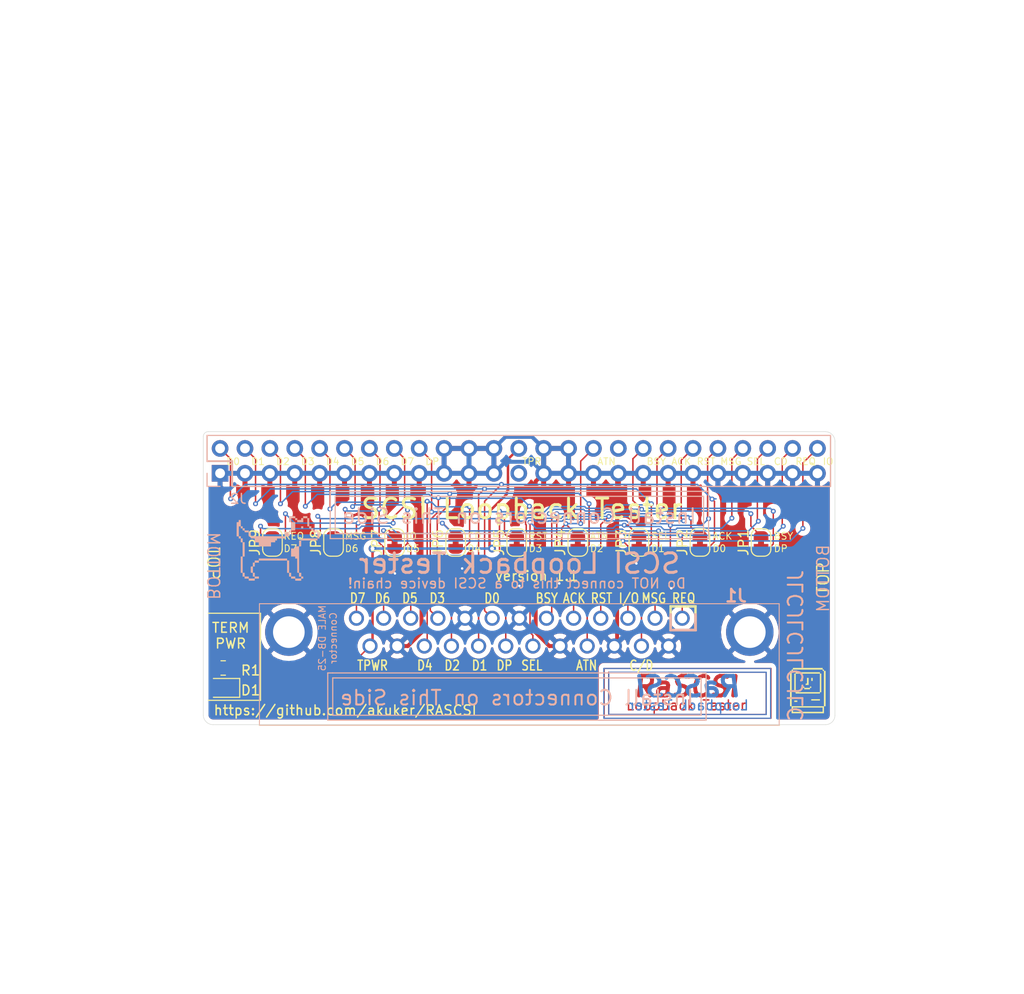
<source format=kicad_pcb>
(kicad_pcb (version 20171130) (host pcbnew "(5.1.9-16-g1737927814)-1")
  (layers (0 Top signal) (31 Bottom signal) (34 B.Paste user hide) (35 F.Paste user hide) (36 B.SilkS user) (37 F.SilkS user) (38 B.Mask user hide) (39 F.Mask user hide) (44 Edge.Cuts user))
  (net 0 "")
  (net 1 GND)
  (net 2 C-BSY)
  (net 3 C-ACK)
  (net 4 C-ATN)
  (net 5 C-D1)
  (net 6 C-D3)
  (net 7 C-D5)
  (net 8 C-D6)
  (net 9 C-D7)
  (net 10 C-C_D)
  (net 11 TERMPOW)
  (net 12 "Net-(D1-Pad2)")
  (net 13 C-I_O)
  (net 14 C-REQ)
  (net 15 C-SEL)
  (net 16 C-MSG)
  (net 17 C-RST)
  (net 18 C-DP)
  (net 19 C-D4)
  (net 20 C-D2)
  (net 21 C-D0)
  (module Connector_PinSocket_2.54mm:PinSocket_2x25_P2.54mm_Vertical (layer Bottom) (at 176.4665 72.8345 270)
    (fp_text reference J2 (at 2.6035 -1.8415) (layer B.SilkS) (effects (justify mirror)))
    (fp_text value Conn_02x25_Odd_Even)
    (pad 50 thru_hole oval (at -2.54 -60.96 270) (size 1.7 1.7) (drill 1) (layers *.Cu *.Mask) (net 13 C-I_O))
    (pad 49 thru_hole oval (at 0 -60.96 270) (size 1.7 1.7) (drill 1) (layers *.Cu *.Mask) (net 1 GND))
    (pad 48 thru_hole oval (at -2.54 -58.42 270) (size 1.7 1.7) (drill 1) (layers *.Cu *.Mask) (net 14 C-REQ))
    (pad 47 thru_hole oval (at 0 -58.42 270) (size 1.7 1.7) (drill 1) (layers *.Cu *.Mask) (net 1 GND))
    (pad 46 thru_hole oval (at -2.54 -55.88 270) (size 1.7 1.7) (drill 1) (layers *.Cu *.Mask) (net 10 C-C_D))
    (pad 45 thru_hole oval (at 0 -55.88 270) (size 1.7 1.7) (drill 1) (layers *.Cu *.Mask) (net 1 GND))
    (pad 44 thru_hole oval (at -2.54 -53.34 270) (size 1.7 1.7) (drill 1) (layers *.Cu *.Mask) (net 15 C-SEL))
    (pad 43 thru_hole oval (at 0 -53.34 270) (size 1.7 1.7) (drill 1) (layers *.Cu *.Mask) (net 1 GND))
    (pad 42 thru_hole oval (at -2.54 -50.8 270) (size 1.7 1.7) (drill 1) (layers *.Cu *.Mask) (net 16 C-MSG))
    (pad 41 thru_hole oval (at 0 -50.8 270) (size 1.7 1.7) (drill 1) (layers *.Cu *.Mask) (net 1 GND))
    (pad 40 thru_hole oval (at -2.54 -48.26 270) (size 1.7 1.7) (drill 1) (layers *.Cu *.Mask) (net 17 C-RST))
    (pad 39 thru_hole oval (at 0 -48.26 270) (size 1.7 1.7) (drill 1) (layers *.Cu *.Mask) (net 1 GND))
    (pad 38 thru_hole oval (at -2.54 -45.72 270) (size 1.7 1.7) (drill 1) (layers *.Cu *.Mask) (net 3 C-ACK))
    (pad 37 thru_hole oval (at 0 -45.72 270) (size 1.7 1.7) (drill 1) (layers *.Cu *.Mask) (net 1 GND))
    (pad 36 thru_hole oval (at -2.54 -43.18 270) (size 1.7 1.7) (drill 1) (layers *.Cu *.Mask) (net 2 C-BSY))
    (pad 35 thru_hole oval (at 0 -43.18 270) (size 1.7 1.7) (drill 1) (layers *.Cu *.Mask) (net 1 GND))
    (pad 34 thru_hole oval (at -2.54 -40.64 270) (size 1.7 1.7) (drill 1) (layers *.Cu *.Mask))
    (pad 33 thru_hole oval (at 0 -40.64 270) (size 1.7 1.7) (drill 1) (layers *.Cu *.Mask) (net 1 GND))
    (pad 32 thru_hole oval (at -2.54 -38.1 270) (size 1.7 1.7) (drill 1) (layers *.Cu *.Mask) (net 4 C-ATN))
    (pad 31 thru_hole oval (at 0 -38.1 270) (size 1.7 1.7) (drill 1) (layers *.Cu *.Mask) (net 1 GND))
    (pad 30 thru_hole oval (at -2.54 -35.56 270) (size 1.7 1.7) (drill 1) (layers *.Cu *.Mask) (net 1 GND))
    (pad 29 thru_hole oval (at 0 -35.56 270) (size 1.7 1.7) (drill 1) (layers *.Cu *.Mask) (net 1 GND))
    (pad 28 thru_hole oval (at -2.54 -33.02 270) (size 1.7 1.7) (drill 1) (layers *.Cu *.Mask) (net 1 GND))
    (pad 27 thru_hole oval (at 0 -33.02 270) (size 1.7 1.7) (drill 1) (layers *.Cu *.Mask) (net 1 GND))
    (pad 26 thru_hole oval (at -2.54 -30.48 270) (size 1.7 1.7) (drill 1) (layers *.Cu *.Mask) (net 11 TERMPOW))
    (pad 25 thru_hole oval (at 0 -30.48 270) (size 1.7 1.7) (drill 1) (layers *.Cu *.Mask))
    (pad 24 thru_hole oval (at -2.54 -27.94 270) (size 1.7 1.7) (drill 1) (layers *.Cu *.Mask) (net 1 GND))
    (pad 23 thru_hole oval (at 0 -27.94 270) (size 1.7 1.7) (drill 1) (layers *.Cu *.Mask) (net 1 GND))
    (pad 22 thru_hole oval (at -2.54 -25.4 270) (size 1.7 1.7) (drill 1) (layers *.Cu *.Mask) (net 1 GND))
    (pad 21 thru_hole oval (at 0 -25.4 270) (size 1.7 1.7) (drill 1) (layers *.Cu *.Mask) (net 1 GND))
    (pad 20 thru_hole oval (at -2.54 -22.86 270) (size 1.7 1.7) (drill 1) (layers *.Cu *.Mask) (net 1 GND))
    (pad 19 thru_hole oval (at 0 -22.86 270) (size 1.7 1.7) (drill 1) (layers *.Cu *.Mask) (net 1 GND))
    (pad 18 thru_hole oval (at -2.54 -20.32 270) (size 1.7 1.7) (drill 1) (layers *.Cu *.Mask) (net 18 C-DP))
    (pad 17 thru_hole oval (at 0 -20.32 270) (size 1.7 1.7) (drill 1) (layers *.Cu *.Mask) (net 1 GND))
    (pad 16 thru_hole oval (at -2.54 -17.78 270) (size 1.7 1.7) (drill 1) (layers *.Cu *.Mask) (net 9 C-D7))
    (pad 15 thru_hole oval (at 0 -17.78 270) (size 1.7 1.7) (drill 1) (layers *.Cu *.Mask) (net 1 GND))
    (pad 14 thru_hole oval (at -2.54 -15.24 270) (size 1.7 1.7) (drill 1) (layers *.Cu *.Mask) (net 8 C-D6))
    (pad 13 thru_hole oval (at 0 -15.24 270) (size 1.7 1.7) (drill 1) (layers *.Cu *.Mask) (net 1 GND))
    (pad 12 thru_hole oval (at -2.54 -12.7 270) (size 1.7 1.7) (drill 1) (layers *.Cu *.Mask) (net 7 C-D5))
    (pad 11 thru_hole oval (at 0 -12.7 270) (size 1.7 1.7) (drill 1) (layers *.Cu *.Mask) (net 1 GND))
    (pad 10 thru_hole oval (at -2.54 -10.16 270) (size 1.7 1.7) (drill 1) (layers *.Cu *.Mask) (net 19 C-D4))
    (pad 9 thru_hole oval (at 0 -10.16 270) (size 1.7 1.7) (drill 1) (layers *.Cu *.Mask) (net 1 GND))
    (pad 8 thru_hole oval (at -2.54 -7.62 270) (size 1.7 1.7) (drill 1) (layers *.Cu *.Mask) (net 6 C-D3))
    (pad 7 thru_hole oval (at 0 -7.62 270) (size 1.7 1.7) (drill 1) (layers *.Cu *.Mask) (net 1 GND))
    (pad 6 thru_hole oval (at -2.54 -5.08 270) (size 1.7 1.7) (drill 1) (layers *.Cu *.Mask) (net 20 C-D2))
    (pad 5 thru_hole oval (at 0 -5.08 270) (size 1.7 1.7) (drill 1) (layers *.Cu *.Mask) (net 1 GND))
    (pad 4 thru_hole oval (at -2.54 -2.54 270) (size 1.7 1.7) (drill 1) (layers *.Cu *.Mask) (net 5 C-D1))
    (pad 3 thru_hole oval (at 0 -2.54 270) (size 1.7 1.7) (drill 1) (layers *.Cu *.Mask) (net 1 GND))
    (pad 2 thru_hole oval (at -2.54 0 270) (size 1.7 1.7) (drill 1) (layers *.Cu *.Mask) (net 21 C-D0))
    (pad 1 thru_hole rect (at 0 0 270) (size 1.7 1.7) (drill 1) (layers *.Cu *.Mask) (net 1 GND))
  )
  (module SamacSys_Parts:L717SDB25PA4CH4F (layer Bottom) (at 223.6216 87.63 180)
    (fp_text reference J1 (at -5.4864 2.286) (layer B.SilkS) (effects (font (size 1.27 1.27) (thickness 0.254)) (justify mirror)))
    (fp_text value "CONFLY DB25" hide)
    (pad MH2 thru_hole circle (at 40.14 -1.42 180) (size 4.845 4.845) (drill 3.23) (layers *.Cu *.Mask) (net 1 GND))
    (pad MH1 thru_hole circle (at -6.9 -1.42 180) (size 4.845 4.845) (drill 3.23) (layers *.Cu *.Mask) (net 1 GND))
    (pad 25 thru_hole circle (at 31.855 -2.84 180) (size 1.545 1.545) (drill 1.03) (layers *.Cu *.Mask) (net 11 TERMPOW))
    (pad 24 thru_hole circle (at 29.085 -2.84 180) (size 1.545 1.545) (drill 1.03) (layers *.Cu *.Mask) (net 1 GND))
    (pad 23 thru_hole circle (at 26.315 -2.84 180) (size 1.545 1.545) (drill 1.03) (layers *.Cu *.Mask) (net 19 C-D4))
    (pad 22 thru_hole circle (at 23.545 -2.84 180) (size 1.545 1.545) (drill 1.03) (layers *.Cu *.Mask) (net 20 C-D2))
    (pad 21 thru_hole circle (at 20.775 -2.84 180) (size 1.545 1.545) (drill 1.03) (layers *.Cu *.Mask) (net 5 C-D1))
    (pad 20 thru_hole circle (at 18.005 -2.84 180) (size 1.545 1.545) (drill 1.03) (layers *.Cu *.Mask) (net 18 C-DP))
    (pad 19 thru_hole circle (at 15.235 -2.84 180) (size 1.545 1.545) (drill 1.03) (layers *.Cu *.Mask) (net 15 C-SEL))
    (pad 18 thru_hole circle (at 12.465 -2.84 180) (size 1.545 1.545) (drill 1.03) (layers *.Cu *.Mask) (net 1 GND))
    (pad 17 thru_hole circle (at 9.695 -2.84 180) (size 1.545 1.545) (drill 1.03) (layers *.Cu *.Mask) (net 4 C-ATN))
    (pad 16 thru_hole circle (at 6.925 -2.84 180) (size 1.545 1.545) (drill 1.03) (layers *.Cu *.Mask) (net 1 GND))
    (pad 15 thru_hole circle (at 4.155 -2.84 180) (size 1.545 1.545) (drill 1.03) (layers *.Cu *.Mask) (net 10 C-C_D))
    (pad 14 thru_hole circle (at 1.385 -2.84 180) (size 1.545 1.545) (drill 1.03) (layers *.Cu *.Mask) (net 1 GND))
    (pad 13 thru_hole circle (at 33.24 0 180) (size 1.545 1.545) (drill 1.03) (layers *.Cu *.Mask) (net 9 C-D7))
    (pad 12 thru_hole circle (at 30.47 0 180) (size 1.545 1.545) (drill 1.03) (layers *.Cu *.Mask) (net 8 C-D6))
    (pad 11 thru_hole circle (at 27.7 0 180) (size 1.545 1.545) (drill 1.03) (layers *.Cu *.Mask) (net 7 C-D5))
    (pad 10 thru_hole circle (at 24.93 0 180) (size 1.545 1.545) (drill 1.03) (layers *.Cu *.Mask) (net 6 C-D3))
    (pad 9 thru_hole circle (at 22.16 0 180) (size 1.545 1.545) (drill 1.03) (layers *.Cu *.Mask) (net 1 GND))
    (pad 8 thru_hole circle (at 19.39 0 180) (size 1.545 1.545) (drill 1.03) (layers *.Cu *.Mask) (net 21 C-D0))
    (pad 7 thru_hole circle (at 16.62 0 180) (size 1.545 1.545) (drill 1.03) (layers *.Cu *.Mask) (net 1 GND))
    (pad 6 thru_hole circle (at 13.85 0 180) (size 1.545 1.545) (drill 1.03) (layers *.Cu *.Mask) (net 2 C-BSY))
    (pad 5 thru_hole circle (at 11.08 0 180) (size 1.545 1.545) (drill 1.03) (layers *.Cu *.Mask) (net 3 C-ACK))
    (pad 4 thru_hole circle (at 8.31 0 180) (size 1.545 1.545) (drill 1.03) (layers *.Cu *.Mask) (net 17 C-RST))
    (pad 3 thru_hole circle (at 5.54 0 180) (size 1.545 1.545) (drill 1.03) (layers *.Cu *.Mask) (net 13 C-I_O))
    (pad 2 thru_hole circle (at 2.77 0 180) (size 1.545 1.545) (drill 1.03) (layers *.Cu *.Mask) (net 16 C-MSG))
    (pad 1 thru_hole circle (at 0 0 180) (size 1.545 1.545) (drill 1.03) (layers *.Cu *.Mask) (net 14 C-REQ))
  )
  (module Jumper:SolderJumper-2_P1.3mm_Bridged_RoundedPad1.0x1.5mm (layer Top) (at 181.8091 79.898 90)
    (fp_text reference JP9 (at 0 -1.8 90) (layer F.SilkS))
    (fp_text value Jumper)
    (fp_poly (pts (xy 0.25 -0.3) (xy -0.25 -0.3) (xy -0.25 0.3) (xy 0.25 0.3)) (layer Top) (width 0))
    (pad 1 smd custom (at -0.65 0 90) (size 1 0.5) (layers Top F.Mask) (net 9 C-D7) (options (clearance outline) (anchor rect)) (primitives (gr_circle (center 0 0.25) (end 0.5 0.25) (width 0)) (gr_circle (center 0 -0.25) (end 0.5 -0.25) (width 0)) (gr_poly (pts (xy 0 -0.75) (xy 0.5 -0.75) (xy 0.5 0.75) (xy 0 0.75)) (width 0))))
    (pad 2 smd custom (at 0.65 0 90) (size 1 0.5) (layers Top F.Mask) (net 14 C-REQ) (options (clearance outline) (anchor rect)) (primitives (gr_circle (center 0 0.25) (end 0.5 0.25) (width 0)) (gr_circle (center 0 -0.25) (end 0.5 -0.25) (width 0)) (gr_poly (pts (xy 0 -0.75) (xy -0.5 -0.75) (xy -0.5 0.75) (xy 0 0.75)) (width 0))))
  )
  (module Jumper:SolderJumper-2_P1.3mm_Bridged_RoundedPad1.0x1.5mm (layer Top) (at 188.041599 79.898 90)
    (fp_text reference JP8 (at 0 -1.8 90) (layer F.SilkS))
    (fp_text value Jumper)
    (fp_poly (pts (xy 0.25 -0.3) (xy -0.25 -0.3) (xy -0.25 0.3) (xy 0.25 0.3)) (layer Top) (width 0))
    (pad 1 smd custom (at -0.65 0 90) (size 1 0.5) (layers Top F.Mask) (net 8 C-D6) (options (clearance outline) (anchor rect)) (primitives (gr_circle (center 0 0.25) (end 0.5 0.25) (width 0)) (gr_circle (center 0 -0.25) (end 0.5 -0.25) (width 0)) (gr_poly (pts (xy 0 -0.75) (xy 0.5 -0.75) (xy 0.5 0.75) (xy 0 0.75)) (width 0))))
    (pad 2 smd custom (at 0.65 0 90) (size 1 0.5) (layers Top F.Mask) (net 16 C-MSG) (options (clearance outline) (anchor rect)) (primitives (gr_circle (center 0 0.25) (end 0.5 0.25) (width 0)) (gr_circle (center 0 -0.25) (end 0.5 -0.25) (width 0)) (gr_poly (pts (xy 0 -0.75) (xy -0.5 -0.75) (xy -0.5 0.75) (xy 0 0.75)) (width 0))))
  )
  (module Jumper:SolderJumper-2_P1.3mm_Bridged_RoundedPad1.0x1.5mm (layer Top) (at 194.274098 79.898 90)
    (fp_text reference JP7 (at 0 -1.8 90) (layer F.SilkS))
    (fp_text value Jumper)
    (fp_poly (pts (xy 0.25 -0.3) (xy -0.25 -0.3) (xy -0.25 0.3) (xy 0.25 0.3)) (layer Top) (width 0))
    (pad 1 smd custom (at -0.65 0 90) (size 1 0.5) (layers Top F.Mask) (net 7 C-D5) (options (clearance outline) (anchor rect)) (primitives (gr_circle (center 0 0.25) (end 0.5 0.25) (width 0)) (gr_circle (center 0 -0.25) (end 0.5 -0.25) (width 0)) (gr_poly (pts (xy 0 -0.75) (xy 0.5 -0.75) (xy 0.5 0.75) (xy 0 0.75)) (width 0))))
    (pad 2 smd custom (at 0.65 0 90) (size 1 0.5) (layers Top F.Mask) (net 13 C-I_O) (options (clearance outline) (anchor rect)) (primitives (gr_circle (center 0 0.25) (end 0.5 0.25) (width 0)) (gr_circle (center 0 -0.25) (end 0.5 -0.25) (width 0)) (gr_poly (pts (xy 0 -0.75) (xy -0.5 -0.75) (xy -0.5 0.75) (xy 0 0.75)) (width 0))))
  )
  (module Jumper:SolderJumper-2_P1.3mm_Bridged_RoundedPad1.0x1.5mm (layer Top) (at 200.506597 79.898 90)
    (fp_text reference JP6 (at 0 -1.8 90) (layer F.SilkS))
    (fp_text value Jumper)
    (fp_poly (pts (xy 0.25 -0.3) (xy -0.25 -0.3) (xy -0.25 0.3) (xy 0.25 0.3)) (layer Top) (width 0))
    (pad 1 smd custom (at -0.65 0 90) (size 1 0.5) (layers Top F.Mask) (net 19 C-D4) (options (clearance outline) (anchor rect)) (primitives (gr_circle (center 0 0.25) (end 0.5 0.25) (width 0)) (gr_circle (center 0 -0.25) (end 0.5 -0.25) (width 0)) (gr_poly (pts (xy 0 -0.75) (xy 0.5 -0.75) (xy 0.5 0.75) (xy 0 0.75)) (width 0))))
    (pad 2 smd custom (at 0.65 0 90) (size 1 0.5) (layers Top F.Mask) (net 10 C-C_D) (options (clearance outline) (anchor rect)) (primitives (gr_circle (center 0 0.25) (end 0.5 0.25) (width 0)) (gr_circle (center 0 -0.25) (end 0.5 -0.25) (width 0)) (gr_poly (pts (xy 0 -0.75) (xy -0.5 -0.75) (xy -0.5 0.75) (xy 0 0.75)) (width 0))))
  )
  (module Jumper:SolderJumper-2_P1.3mm_Bridged_RoundedPad1.0x1.5mm (layer Top) (at 206.739096 79.898 90)
    (fp_text reference JP5 (at 0 -1.8 90) (layer F.SilkS))
    (fp_text value Jumper)
    (fp_poly (pts (xy 0.25 -0.3) (xy -0.25 -0.3) (xy -0.25 0.3) (xy 0.25 0.3)) (layer Top) (width 0))
    (pad 1 smd custom (at -0.65 0 90) (size 1 0.5) (layers Top F.Mask) (net 6 C-D3) (options (clearance outline) (anchor rect)) (primitives (gr_circle (center 0 0.25) (end 0.5 0.25) (width 0)) (gr_circle (center 0 -0.25) (end 0.5 -0.25) (width 0)) (gr_poly (pts (xy 0 -0.75) (xy 0.5 -0.75) (xy 0.5 0.75) (xy 0 0.75)) (width 0))))
    (pad 2 smd custom (at 0.65 0 90) (size 1 0.5) (layers Top F.Mask) (net 17 C-RST) (options (clearance outline) (anchor rect)) (primitives (gr_circle (center 0 0.25) (end 0.5 0.25) (width 0)) (gr_circle (center 0 -0.25) (end 0.5 -0.25) (width 0)) (gr_poly (pts (xy 0 -0.75) (xy -0.5 -0.75) (xy -0.5 0.75) (xy 0 0.75)) (width 0))))
  )
  (module Jumper:SolderJumper-2_P1.3mm_Bridged_RoundedPad1.0x1.5mm (layer Top) (at 212.971595 79.898 90)
    (fp_text reference JP4 (at 0 -1.8 90) (layer F.SilkS))
    (fp_text value Jumper)
    (fp_poly (pts (xy 0.25 -0.3) (xy -0.25 -0.3) (xy -0.25 0.3) (xy 0.25 0.3)) (layer Top) (width 0))
    (pad 1 smd custom (at -0.65 0 90) (size 1 0.5) (layers Top F.Mask) (net 20 C-D2) (options (clearance outline) (anchor rect)) (primitives (gr_circle (center 0 0.25) (end 0.5 0.25) (width 0)) (gr_circle (center 0 -0.25) (end 0.5 -0.25) (width 0)) (gr_poly (pts (xy 0 -0.75) (xy 0.5 -0.75) (xy 0.5 0.75) (xy 0 0.75)) (width 0))))
    (pad 2 smd custom (at 0.65 0 90) (size 1 0.5) (layers Top F.Mask) (net 4 C-ATN) (options (clearance outline) (anchor rect)) (primitives (gr_circle (center 0 0.25) (end 0.5 0.25) (width 0)) (gr_circle (center 0 -0.25) (end 0.5 -0.25) (width 0)) (gr_poly (pts (xy 0 -0.75) (xy -0.5 -0.75) (xy -0.5 0.75) (xy 0 0.75)) (width 0))))
  )
  (module Jumper:SolderJumper-2_P1.3mm_Bridged_RoundedPad1.0x1.5mm (layer Top) (at 219.204094 79.898 90)
    (fp_text reference JP3 (at 0 -1.8 90) (layer F.SilkS))
    (fp_text value Jumper)
    (fp_poly (pts (xy 0.25 -0.3) (xy -0.25 -0.3) (xy -0.25 0.3) (xy 0.25 0.3)) (layer Top) (width 0))
    (pad 1 smd custom (at -0.65 0 90) (size 1 0.5) (layers Top F.Mask) (net 5 C-D1) (options (clearance outline) (anchor rect)) (primitives (gr_circle (center 0 0.25) (end 0.5 0.25) (width 0)) (gr_circle (center 0 -0.25) (end 0.5 -0.25) (width 0)) (gr_poly (pts (xy 0 -0.75) (xy 0.5 -0.75) (xy 0.5 0.75) (xy 0 0.75)) (width 0))))
    (pad 2 smd custom (at 0.65 0 90) (size 1 0.5) (layers Top F.Mask) (net 15 C-SEL) (options (clearance outline) (anchor rect)) (primitives (gr_circle (center 0 0.25) (end 0.5 0.25) (width 0)) (gr_circle (center 0 -0.25) (end 0.5 -0.25) (width 0)) (gr_poly (pts (xy 0 -0.75) (xy -0.5 -0.75) (xy -0.5 0.75) (xy 0 0.75)) (width 0))))
  )
  (module Jumper:SolderJumper-2_P1.3mm_Bridged_RoundedPad1.0x1.5mm (layer Top) (at 225.436593 79.898 90)
    (fp_text reference JP2 (at 0 -1.8 90) (layer F.SilkS))
    (fp_text value Jumper)
    (fp_poly (pts (xy 0.25 -0.3) (xy -0.25 -0.3) (xy -0.25 0.3) (xy 0.25 0.3)) (layer Top) (width 0))
    (pad 1 smd custom (at -0.65 0 90) (size 1 0.5) (layers Top F.Mask) (net 21 C-D0) (options (clearance outline) (anchor rect)) (primitives (gr_circle (center 0 0.25) (end 0.5 0.25) (width 0)) (gr_circle (center 0 -0.25) (end 0.5 -0.25) (width 0)) (gr_poly (pts (xy 0 -0.75) (xy 0.5 -0.75) (xy 0.5 0.75) (xy 0 0.75)) (width 0))))
    (pad 2 smd custom (at 0.65 0 90) (size 1 0.5) (layers Top F.Mask) (net 3 C-ACK) (options (clearance outline) (anchor rect)) (primitives (gr_circle (center 0 0.25) (end 0.5 0.25) (width 0)) (gr_circle (center 0 -0.25) (end 0.5 -0.25) (width 0)) (gr_poly (pts (xy 0 -0.75) (xy -0.5 -0.75) (xy -0.5 0.75) (xy 0 0.75)) (width 0))))
  )
  (module Jumper:SolderJumper-2_P1.3mm_Bridged_RoundedPad1.0x1.5mm (layer Top) (at 231.669099 79.898 90)
    (fp_text reference JP1 (at 0 -1.8 90) (layer F.SilkS))
    (fp_text value Jumper)
    (fp_poly (pts (xy 0.25 -0.3) (xy -0.25 -0.3) (xy -0.25 0.3) (xy 0.25 0.3)) (layer Top) (width 0))
    (pad 1 smd custom (at -0.65 0 90) (size 1 0.5) (layers Top F.Mask) (net 18 C-DP) (options (clearance outline) (anchor rect)) (primitives (gr_circle (center 0 0.25) (end 0.5 0.25) (width 0)) (gr_circle (center 0 -0.25) (end 0.5 -0.25) (width 0)) (gr_poly (pts (xy 0 -0.75) (xy 0.5 -0.75) (xy 0.5 0.75) (xy 0 0.75)) (width 0))))
    (pad 2 smd custom (at 0.65 0 90) (size 1 0.5) (layers Top F.Mask) (net 2 C-BSY) (options (clearance outline) (anchor rect)) (primitives (gr_circle (center 0 0.25) (end 0.5 0.25) (width 0)) (gr_circle (center 0 -0.25) (end 0.5 -0.25) (width 0)) (gr_poly (pts (xy 0 -0.75) (xy -0.5 -0.75) (xy -0.5 0.75) (xy 0 0.75)) (width 0))))
  )
  (module SamacSys_Parts:mac_happy_small (layer Top) (at 236.474 94.996)
    (fp_text reference X1 hide)
    (fp_text value Mac hide)
  )
  (module Resistor_SMD:R_0805_2012Metric (layer Top) (at 176.784 92.71 180)
    (fp_text reference R1 (at -2.794 -0.254) (layer F.SilkS))
    (fp_text value 1k)
    (pad 2 smd roundrect (at 0.9125 0 180) (size 1.025 1.4) (layers Top F.Paste F.Mask) (roundrect_rratio 0.2439014634146341) (net 12 "Net-(D1-Pad2)"))
    (pad 1 smd roundrect (at -0.9125 0 180) (size 1.025 1.4) (layers Top F.Paste F.Mask) (roundrect_rratio 0.2439014634146341) (net 11 TERMPOW))
  )
  (module LED_SMD:LED_0805_2012Metric (layer Top) (at 176.784 94.742 180)
    (fp_text reference D1 (at -2.794 -0.254) (layer F.SilkS))
    (fp_text value Green)
    (pad 2 smd roundrect (at 0.9375 0 180) (size 0.975 1.4) (layers Top F.Paste F.Mask) (net 12 "Net-(D1-Pad2)"))
    (pad 1 smd roundrect (at -0.9375 0 180) (size 0.975 1.4) (layers Top F.Paste F.Mask) (net 1 GND))
  )
  (module SamacSys_Parts:dogcow (layer Bottom) (at 182.372 80.518 180)
    (fp_text reference X2 hide)
    (fp_text value Dogcow hide)
  )
  (gr_text "Do NOT connect this to a SCSI device chain!" (at 206.756 84.074) (layer B.SilkS) (effects (font (size 1 1)) (justify mirror)))
  (gr_text "MALE DB-25\nConnector" (at 187.452 89.662 90) (layer B.SilkS) (effects (font (size 0.7 0.7) (thickness 0.1)) (justify mirror)))
  (gr_line (start 187.706 79.502) (end 187.706 74.676) (layer B.SilkS) (width 0.12))
  (gr_line (start 187.706 74.676) (end 188.214 74.676) (layer B.SilkS) (width 0.12))
  (gr_line (start 225.806 75.184) (end 225.806 78.994) (layer B.SilkS) (width 0.12))
  (gr_line (start 188.214 78.994) (end 188.214 75.184) (layer B.SilkS) (width 0.12))
  (gr_line (start 188.214 75.184) (end 225.806 75.184) (layer B.SilkS) (width 0.12))
  (gr_line (start 188.214 74.676) (end 226.314 74.676) (layer B.SilkS) (width 0.12))
  (gr_line (start 225.806 78.994) (end 188.214 78.994) (layer B.SilkS) (width 0.12))
  (gr_line (start 226.314 79.502) (end 187.706 79.502) (layer B.SilkS) (width 0.12))
  (gr_text "Install Connectors on This Side" (at 207.01 77.216) (layer B.SilkS) (effects (font (size 1.5 1.5) (thickness 0.2)) (justify mirror)))
  (gr_line (start 226.314 74.676) (end 226.314 79.502) (layer B.SilkS) (width 0.12))
  (gr_line (start 222.377 87.1855) (end 222.377 88.9) (layer B.SilkS) (width 0.12))
  (gr_line (start 222.504 88.773) (end 224.917 88.773) (layer B.SilkS) (width 0.12))
  (gr_line (start 222.504 87.1855) (end 222.504 88.773) (layer B.SilkS) (width 0.12))
  (gr_line (start 224.917 88.773) (end 224.917 87.1855) (layer B.SilkS) (width 0.12))
  (gr_line (start 222.377 88.9) (end 225.044 88.9) (layer B.SilkS) (width 0.12))
  (gr_line (start 222.504 88.773) (end 224.917 88.773) (layer B.SilkS) (width 0.12))
  (gr_line (start 225.044 88.9) (end 225.044 87.1855) (layer B.SilkS) (width 0.12))
  (gr_line (start 222.377 88.9) (end 225.044 88.9) (layer B.SilkS) (width 0.12))
  (gr_line (start 187.452 93.218) (end 187.96 93.218) (layer B.SilkS) (width 0.12))
  (gr_line (start 187.452 98.044) (end 187.452 93.218) (layer B.SilkS) (width 0.12))
  (gr_line (start 226.06 98.044) (end 187.452 98.044) (layer B.SilkS) (width 0.12))
  (gr_line (start 226.06 93.218) (end 226.06 98.044) (layer B.SilkS) (width 0.12))
  (gr_line (start 187.96 93.218) (end 226.06 93.218) (layer B.SilkS) (width 0.12))
  (gr_line (start 187.96 97.536) (end 187.96 93.726) (layer B.SilkS) (width 0.12))
  (gr_line (start 225.552 97.536) (end 187.96 97.536) (layer B.SilkS) (width 0.12))
  (gr_line (start 225.552 93.726) (end 225.552 97.536) (layer B.SilkS) (width 0.12))
  (gr_line (start 187.96 93.726) (end 225.552 93.726) (layer B.SilkS) (width 0.12))
  (gr_text "Install Connectors on This Side" (at 206.756 95.758) (layer B.SilkS) (effects (font (size 1.5 1.5) (thickness 0.2)) (justify mirror)))
  (gr_text TOP (at 175.768 82.042 270) (layer F.SilkS) (effects (font (size 1.2 1.2))))
  (gr_text BOTTOM (at 175.768 82.296 270) (layer B.SilkS) (effects (font (size 1.2 1.2)) (justify mirror)))
  (gr_text D0 (at 177.8 71.628) (layer F.SilkS) (effects (font (size 0.7 0.7) (thickness 0.1))))
  (gr_text D7 (at 195.58 71.628) (layer F.SilkS) (effects (font (size 0.7 0.7) (thickness 0.1))))
  (gr_text RST (at 226.06 71.628) (layer F.SilkS) (effects (font (size 0.7 0.7) (thickness 0.1))))
  (gr_text D5 (at 190.5 71.628) (layer F.SilkS) (effects (font (size 0.7 0.7) (thickness 0.1))))
  (gr_text D6 (at 193.04 71.628) (layer F.SilkS) (effects (font (size 0.7 0.7) (thickness 0.1))))
  (gr_text D3 (at 185.42 71.628) (layer F.SilkS) (effects (font (size 0.7 0.7) (thickness 0.1))))
  (gr_text BSY (at 220.98 71.628) (layer F.SilkS) (effects (font (size 0.7 0.7) (thickness 0.1))))
  (gr_text MSG (at 228.6 71.628) (layer F.SilkS) (effects (font (size 0.7 0.7) (thickness 0.1))))
  (gr_text REQ (at 236.22 71.628) (layer F.SilkS) (effects (font (size 0.7 0.7) (thickness 0.1))))
  (gr_text IO (at 238.506 71.628) (layer F.SilkS) (effects (font (size 0.7 0.7) (thickness 0.1))))
  (gr_text ACK (at 223.52 71.628) (layer F.SilkS) (effects (font (size 0.7 0.7) (thickness 0.1))))
  (gr_text TPR (at 208.28 71.628) (layer F.SilkS) (effects (font (size 0.7 0.7) (thickness 0.1))))
  (gr_text SEL (at 231.14 71.628) (layer F.SilkS) (effects (font (size 0.7 0.7) (thickness 0.1))))
  (gr_text CD (at 233.68 71.628) (layer F.SilkS) (effects (font (size 0.7 0.7) (thickness 0.1))))
  (gr_text D2 (at 182.88 71.628) (layer F.SilkS) (effects (font (size 0.7 0.7) (thickness 0.1))))
  (gr_text D4 (at 187.96 71.628) (layer F.SilkS) (effects (font (size 0.7 0.7) (thickness 0.1))))
  (gr_text DP (at 198.12 71.628) (layer F.SilkS) (effects (font (size 0.7 0.7) (thickness 0.1))))
  (gr_text D1 (at 180.34 71.628) (layer F.SilkS) (effects (font (size 0.7 0.7) (thickness 0.1))))
  (gr_text ATN (at 215.9 71.628) (layer F.SilkS) (effects (font (size 0.7 0.7) (thickness 0.1))))
  (gr_line (start 180.594 96.012) (end 175.26 96.012) (layer F.SilkS) (width 0.12))
  (gr_line (start 180.594 87.122) (end 180.594 96.012) (layer F.SilkS) (width 0.12))
  (gr_line (start 175.26 87.122) (end 180.594 87.122) (layer F.SilkS) (width 0.12))
  (gr_text "TERM\nPWR" (at 177.546 89.408) (layer F.SilkS) (effects (font (size 1 1))))
  (gr_text "version 1.1" (at 208.788 83.312) (layer F.SilkS) (effects (font (size 1 1))))
  (gr_text "SCSI Loopback Tester" (at 207.264 76.454) (layer F.SilkS) (effects (font (size 2 2) (thickness 0.3))))
  (gr_text "SCSI Loopback Tester" (at 207.01 82.042) (layer B.SilkS) (effects (font (size 2 2) (thickness 0.3)) (justify mirror)))
  (gr_text BSY (at 233.963333 79.248) (layer F.SilkS) (effects (font (size 0.7 0.7) (thickness 0.1))))
  (gr_text DP (at 233.68 80.518) (layer F.SilkS) (effects (font (size 0.7 0.7) (thickness 0.1))))
  (gr_text ACK (at 227.727329 79.248) (layer F.SilkS) (effects (font (size 0.7 0.7) (thickness 0.1))))
  (gr_text D0 (at 227.410662 80.518) (layer F.SilkS) (effects (font (size 0.7 0.7) (thickness 0.1))))
  (gr_text D1 (at 221.157996 80.518) (layer F.SilkS) (effects (font (size 0.7 0.7) (thickness 0.1))))
  (gr_text SEL (at 221.407996 79.248) (layer F.SilkS) (effects (font (size 0.7 0.7) (thickness 0.1))))
  (gr_text ATN (at 215.15533 79.248) (layer F.SilkS) (effects (font (size 0.7 0.7) (thickness 0.1))))
  (gr_text D2 (at 214.90533 80.518) (layer F.SilkS) (effects (font (size 0.7 0.7) (thickness 0.1))))
  (gr_text RST (at 208.919331 79.248) (layer F.SilkS) (effects (font (size 0.7 0.7) (thickness 0.1))))
  (gr_text D3 (at 208.652664 80.518) (layer F.SilkS) (effects (font (size 0.7 0.7) (thickness 0.1))))
  (gr_text CD (at 202.416665 79.248) (layer F.SilkS) (effects (font (size 0.7 0.7) (thickness 0.1))))
  (gr_text D4 (at 202.399998 80.518) (layer F.SilkS) (effects (font (size 0.7 0.7) (thickness 0.1))))
  (gr_text IO (at 195.997332 79.248) (layer F.SilkS) (effects (font (size 0.7 0.7) (thickness 0.1))))
  (gr_text D5 (at 196.147332 80.518) (layer F.SilkS) (effects (font (size 0.7 0.7) (thickness 0.1))))
  (gr_text D6 (at 189.894666 80.518) (layer F.SilkS) (effects (font (size 0.7 0.7) (thickness 0.1))))
  (gr_text D7 (at 183.642 80.518) (layer F.SilkS) (effects (font (size 0.7 0.7) (thickness 0.1))))
  (gr_text MSG (at 190.294666 79.248) (layer F.SilkS) (effects (font (size 0.7 0.7) (thickness 0.1))))
  (gr_text REQ (at 183.992 79.248) (layer F.SilkS) (effects (font (size 0.7 0.7) (thickness 0.1))))
  (gr_arc (start 238.252 97.536) (end 239.212 97.536) (angle 90) (layer Edge.Cuts) (width 0.05))
  (gr_text RaSCSI (at 224.028 94.615) (layer Top) (effects (font (size 2 2) (thickness 0.4) italic)))
  (gr_text "Loopback Tester" (at 224.028 96.52) (layer Top) (effects (font (size 1 1))))
  (gr_line (start 232.1795 97.46) (end 232.1795 93.2055) (layer Top) (width 0.12))
  (gr_line (start 216.114 97.46) (end 232.1795 97.46) (layer Top) (width 0.12))
  (gr_line (start 232.116 93.142) (end 216.114 93.142) (layer Top) (width 0.12))
  (gr_line (start 232.6875 92.761) (end 232.6875 97.841) (layer Top) (width 0.12))
  (gr_line (start 216.114 93.142) (end 216.114 97.46) (layer Top) (width 0.12))
  (gr_line (start 215.6695 97.841) (end 232.6875 97.841) (layer Top) (width 0.12))
  (gr_line (start 215.6695 97.841) (end 215.6695 92.761) (layer Top) (width 0.12))
  (gr_line (start 215.733 92.761) (end 232.6875 92.761) (layer Top) (width 0.12))
  (gr_text ATN (at 213.868 92.456) (layer F.SilkS) (effects (font (size 1 0.8))))
  (gr_text D1 (at 202.946 92.456) (layer F.SilkS) (effects (font (size 1 0.8))))
  (gr_text I/O (at 218.186 85.598) (layer F.SilkS) (effects (font (size 1 0.8))))
  (gr_text SEL (at 208.28 92.456) (layer F.SilkS) (effects (font (size 1 0.8))))
  (gr_text D7 (at 190.5 85.598) (layer F.SilkS) (effects (font (size 1 0.8))))
  (gr_text D2 (at 200.152 92.456) (layer F.SilkS) (effects (font (size 1 0.8))))
  (gr_text D5 (at 195.834 85.598) (layer F.SilkS) (effects (font (size 1 0.8))))
  (gr_text BSY (at 209.804 85.598) (layer F.SilkS) (effects (font (size 1 0.8))))
  (gr_text D4 (at 197.358 92.456) (layer F.SilkS) (effects (font (size 1 0.8))))
  (gr_text ACK (at 212.598 85.598) (layer F.SilkS) (effects (font (size 1 0.8))))
  (gr_text C/D (at 219.456 92.456) (layer F.SilkS) (effects (font (size 1 0.8))))
  (gr_text TPWR (at 192.024 92.456) (layer F.SilkS) (effects (font (size 1 0.8))))
  (gr_text D3 (at 198.628 85.598) (layer F.SilkS) (effects (font (size 1 0.8))))
  (gr_text MSG (at 220.726 85.598) (layer F.SilkS) (effects (font (size 1 0.8))))
  (gr_text DP (at 205.486 92.456) (layer F.SilkS) (effects (font (size 1 0.8))))
  (gr_text RST (at 215.392 85.598) (layer F.SilkS) (effects (font (size 1 0.8))))
  (gr_text REQ (at 223.774 85.598) (layer F.SilkS) (effects (font (size 1 0.8))))
  (gr_text D0 (at 204.216 85.598) (layer F.SilkS) (effects (font (size 1 0.8))))
  (gr_text D6 (at 193.04 85.598) (layer F.SilkS) (effects (font (size 1 0.8))))
  (gr_text JLCJLCJLCJLC (at 235.204 90.424 90) (layer B.SilkS) (effects (font (size 1.5 1.5) (thickness 0.2)) (justify mirror)))
  (gr_line (start 222.504 86.487) (end 224.917 86.487) (layer F.SilkS) (width 0.12))
  (gr_line (start 224.917 88.773) (end 224.917 87.1855) (layer B.SilkS) (width 0.12))
  (gr_line (start 222.504 88.773) (end 224.917 88.773) (layer B.SilkS) (width 0.12))
  (gr_line (start 225.044 88.9) (end 225.044 87.1855) (layer B.SilkS) (width 0.12))
  (gr_line (start 222.377 88.9) (end 225.044 88.9) (layer B.SilkS) (width 0.12))
  (gr_text https://github.com/akuker/RASCSI (at 189.23 97.028) (layer F.SilkS) (effects (font (size 1 1))))
  (gr_text "Loopback Tester" (at 224.282 96.52) (layer Bottom) (effects (font (size 1 1)) (justify mirror)))
  (gr_text RaSCSI (at 224.282 94.615) (layer Bottom) (effects (font (size 2 2) (thickness 0.4) italic) (justify mirror)))
  (gr_line (start 216.194 93.142) (end 232.196 93.142) (layer Bottom) (width 0.12))
  (gr_line (start 216.1305 97.46) (end 216.1305 93.2055) (layer Bottom) (width 0.12))
  (gr_line (start 232.196 93.142) (end 232.196 97.46) (layer Bottom) (width 0.12))
  (gr_line (start 232.196 97.46) (end 216.1305 97.46) (layer Bottom) (width 0.12))
  (gr_line (start 215.6225 92.761) (end 215.6225 97.841) (layer Bottom) (width 0.12))
  (gr_line (start 232.6405 97.841) (end 215.6225 97.841) (layer Bottom) (width 0.12))
  (gr_line (start 232.577 92.761) (end 215.6225 92.761) (layer Bottom) (width 0.12))
  (gr_line (start 232.6405 97.841) (end 232.6405 92.761) (layer Bottom) (width 0.12))
  (gr_line (start 222.504 88.773) (end 224.917 88.773) (layer B.SilkS) (width 0.12))
  (gr_line (start 222.504 87.1855) (end 222.504 88.773) (layer B.SilkS) (width 0.12))
  (gr_line (start 222.377 88.9) (end 225.044 88.9) (layer B.SilkS) (width 0.12))
  (gr_line (start 222.377 87.1855) (end 222.377 88.9) (layer B.SilkS) (width 0.12))
  (gr_line (start 222.504 88.773) (end 222.504 86.487) (layer F.SilkS) (width 0.12))
  (gr_line (start 224.917 88.773) (end 222.504 88.773) (layer F.SilkS) (width 0.12))
  (gr_line (start 224.917 86.487) (end 224.917 88.773) (layer F.SilkS) (width 0.12))
  (gr_line (start 222.377 88.9) (end 222.377 86.36) (layer F.SilkS) (width 0.12))
  (gr_line (start 225.044 88.9) (end 222.377 88.9) (layer F.SilkS) (width 0.12))
  (gr_line (start 225.044 86.36) (end 225.044 88.9) (layer F.SilkS) (width 0.12))
  (gr_line (start 222.377 86.36) (end 225.044 86.36) (layer F.SilkS) (width 0.12))
  (gr_line (start 180.467 98.552) (end 233.553 98.552) (layer F.SilkS) (width 0.12))
  (gr_line (start 238.76 74.168) (end 177.673 74.168) (layer B.SilkS) (width 0.12))
  (gr_line (start 238.76 68.961) (end 238.76 74.168) (layer B.SilkS) (width 0.12))
  (gr_line (start 175.133 71.628) (end 175.133 68.961) (layer B.SilkS) (width 0.12))
  (gr_line (start 177.673 71.628) (end 175.133 71.628) (layer B.SilkS) (width 0.12))
  (gr_line (start 177.673 74.168) (end 177.673 71.628) (layer B.SilkS) (width 0.12))
  (gr_text BOTTOM (at 237.998 83.566 90) (layer B.SilkS) (effects (font (size 1.2 1.2)) (justify mirror)))
  (gr_text TOP (at 237.998 83.566 90) (layer F.SilkS) (effects (font (size 1.2 1.2))))
  (gr_line (start 175.752 98.496) (end 238.252 98.496) (layer Edge.Cuts) (width 0.05))
  (gr_arc (start 175.752 97.496) (end 174.752 97.536) (angle -87.70938996) (layer Edge.Cuts) (width 0.05))
  (gr_line (start 174.752 69.088) (end 174.752 97.536) (layer Edge.Cuts) (width 0.05))
  (gr_line (start 239.212 69.58) (end 239.212 97.536) (layer Edge.Cuts) (width 0.05))
  (gr_line (start 175.26 68.58) (end 238.212 68.58) (layer Edge.Cuts) (width 0.05))
  (gr_arc (start 175.26 69.088) (end 175.26 68.58) (angle -90) (layer Edge.Cuts) (width 0.05))
  (gr_arc (start 238.212 69.58) (end 239.212 69.58) (angle -90) (layer Edge.Cuts) (width 0.05))
  (segment (start 201.8665 87.2251) (end 201.4616 87.63) (width 0.4) (layer Bottom) (net 1))
  (via (at 211.074 84.074) (size 0.5) (drill 0.25) (layers Top Bottom) (net 1))
  (via (at 207.01 84.328) (size 0.5) (drill 0.25) (layers Top Bottom) (net 1))
  (via (at 201.168 82.55) (size 0.5) (drill 0.25) (layers Top Bottom) (net 1))
  (via (at 194.31 83.058) (size 0.5) (drill 0.25) (layers Top Bottom) (net 1))
  (via (at 222.504 84.582) (size 0.5) (drill 0.25) (layers Top Bottom) (net 1))
  (via (at 218.948 82.042) (size 0.5) (drill 0.25) (layers Top Bottom) (net 1))
  (segment (start 205.583501 71.657499) (end 204.4065 72.8345) (width 0.4) (layer Bottom) (net 1))
  (segment (start 208.309499 71.657499) (end 205.583501 71.657499) (width 0.4) (layer Bottom) (net 1))
  (segment (start 209.4865 72.8345) (end 208.309499 71.657499) (width 0.4) (layer Bottom) (net 1))
  (segment (start 208.309499 69.117499) (end 209.4865 70.2945) (width 0.4) (layer Bottom) (net 1))
  (segment (start 205.583501 69.117499) (end 208.309499 69.117499) (width 0.4) (layer Bottom) (net 1))
  (segment (start 204.4065 70.2945) (end 205.583501 69.117499) (width 0.4) (layer Bottom) (net 1))
  (segment (start 216.982099 90.184501) (end 216.6966 90.47) (width 0.4) (layer Top) (net 1))
  (segment (start 216.982099 72.958901) (end 216.982099 90.184501) (width 0.4) (layer Top) (net 1))
  (segment (start 217.1065 72.8345) (end 216.982099 72.958901) (width 0.4) (layer Top) (net 1))
  (segment (start 208.672099 89.077978) (end 208.672099 73.648901) (width 0.4) (layer Top) (net 1))
  (segment (start 210.064121 90.47) (end 208.672099 89.077978) (width 0.4) (layer Top) (net 1))
  (segment (start 211.1566 90.47) (end 210.064121 90.47) (width 0.4) (layer Top) (net 1))
  (segment (start 208.672099 73.648901) (end 209.4865 72.8345) (width 0.4) (layer Top) (net 1))
  (segment (start 195.629079 90.47) (end 197.021101 89.077978) (width 0.4) (layer Top) (net 1))
  (segment (start 197.021101 77.193629) (end 196.7865 76.959028) (width 0.4) (layer Top) (net 1))
  (segment (start 197.021101 89.077978) (end 197.021101 77.193629) (width 0.4) (layer Top) (net 1))
  (segment (start 196.7865 76.959028) (end 196.7865 72.8345) (width 0.4) (layer Top) (net 1))
  (segment (start 194.5366 90.47) (end 195.629079 90.47) (width 0.4) (layer Top) (net 1))
  (segment (start 209.804 87.6624) (end 209.7716 87.63) (width 0.15) (layer Bottom) (net 2))
  (via (at 230.632 76.962) (size 0.5) (drill 0.25) (layers Top Bottom) (net 2))
  (segment (start 230.632 78.210901) (end 231.669099 79.248) (width 0.15) (layer Top) (net 2))
  (segment (start 230.632 76.962) (end 230.632 78.210901) (width 0.15) (layer Top) (net 2))
  (via (at 210.058 76.962) (size 0.5) (drill 0.25) (layers Top Bottom) (net 2))
  (segment (start 230.354989 76.684989) (end 219.661241 76.684989) (width 0.15) (layer Bottom) (net 2))
  (segment (start 218.594499 71.346501) (end 218.594499 75.618247) (width 0.15) (layer Top) (net 2))
  (segment (start 219.661241 76.684989) (end 219.486242 76.50999) (width 0.15) (layer Bottom) (net 2))
  (segment (start 219.6465 70.2945) (end 218.594499 71.346501) (width 0.15) (layer Top) (net 2))
  (via (at 219.486242 76.50999) (size 0.5) (drill 0.25) (layers Top Bottom) (net 2))
  (segment (start 230.632 76.962) (end 230.354989 76.684989) (width 0.15) (layer Bottom) (net 2))
  (segment (start 218.594499 75.618247) (end 219.486242 76.50999) (width 0.15) (layer Top) (net 2))
  (segment (start 213.553751 76.509999) (end 213.728741 76.684989) (width 0.15) (layer Bottom) (net 2))
  (segment (start 215.624297 76.684989) (end 215.799296 76.50999) (width 0.15) (layer Bottom) (net 2))
  (segment (start 215.799296 76.50999) (end 219.486242 76.50999) (width 0.15) (layer Bottom) (net 2))
  (segment (start 213.728741 76.684989) (end 215.624297 76.684989) (width 0.15) (layer Bottom) (net 2))
  (segment (start 210.510001 76.509999) (end 213.553751 76.509999) (width 0.15) (layer Bottom) (net 2))
  (segment (start 210.058 76.962) (end 210.510001 76.509999) (width 0.15) (layer Bottom) (net 2))
  (segment (start 210.307999 87.093601) (end 210.307999 77.211999) (width 0.15) (layer Top) (net 2))
  (segment (start 209.7716 87.63) (end 210.307999 87.093601) (width 0.15) (layer Top) (net 2))
  (segment (start 210.307999 77.211999) (end 210.058 76.962) (width 0.15) (layer Top) (net 2))
  (via (at 224.51829 77.41401) (size 0.5) (drill 0.25) (layers Top Bottom) (net 3))
  (segment (start 224.51829 78.329697) (end 224.51829 77.41401) (width 0.15) (layer Top) (net 3))
  (segment (start 225.436593 79.248) (end 224.51829 78.329697) (width 0.15) (layer Top) (net 3))
  (segment (start 212.5416 87.63) (end 212.5416 82.7476) (width 0.15) (layer Top) (net 3))
  (segment (start 212.5416 82.7476) (end 210.82 81.026) (width 0.15) (layer Top) (net 3))
  (segment (start 210.82 81.026) (end 210.82 76.962) (width 0.15) (layer Top) (net 3))
  (via (at 210.82 76.962) (size 0.5) (drill 0.25) (layers Top Bottom) (net 3))
  (via (at 221.47029 77.255392) (size 0.5) (drill 0.25) (layers Top Bottom) (net 3))
  (segment (start 222.1865 70.2945) (end 221.049621 71.431379) (width 0.15) (layer Top) (net 3))
  (segment (start 221.049621 71.431379) (end 221.049621 76.834723) (width 0.15) (layer Top) (net 3))
  (segment (start 216.34795 76.78701) (end 216.52294 76.962) (width 0.15) (layer Bottom) (net 3))
  (segment (start 224.51829 77.41401) (end 224.268291 77.164011) (width 0.15) (layer Bottom) (net 3))
  (segment (start 224.268291 77.164011) (end 221.561671 77.164011) (width 0.15) (layer Bottom) (net 3))
  (segment (start 210.82 76.962) (end 215.739038 76.962) (width 0.15) (layer Bottom) (net 3))
  (segment (start 221.049621 76.834723) (end 221.47029 77.255392) (width 0.15) (layer Top) (net 3))
  (segment (start 215.739038 76.962) (end 215.914028 76.78701) (width 0.15) (layer Bottom) (net 3))
  (segment (start 215.914028 76.78701) (end 216.34795 76.78701) (width 0.15) (layer Bottom) (net 3))
  (segment (start 221.561671 77.164011) (end 221.47029 77.255392) (width 0.15) (layer Bottom) (net 3))
  (segment (start 216.52294 76.962) (end 221.176898 76.962) (width 0.15) (layer Bottom) (net 3))
  (segment (start 221.176898 76.962) (end 221.47029 77.255392) (width 0.15) (layer Bottom) (net 3))
  (segment (start 213.2647 71.5963) (end 213.2647 77.968032) (width 0.15) (layer Top) (net 4))
  (segment (start 214.5665 70.2945) (end 213.2647 71.5963) (width 0.15) (layer Top) (net 4))
  (via (at 213.2647 77.968032) (size 0.5) (drill 0.25) (layers Top Bottom) (net 4))
  (segment (start 211.751544 78.027949) (end 211.751544 77.98441) (width 0.15) (layer Top) (net 4))
  (segment (start 212.971595 79.248) (end 211.751544 78.027949) (width 0.15) (layer Top) (net 4))
  (via (at 211.751544 77.98441) (size 0.5) (drill 0.25) (layers Top Bottom) (net 4))
  (segment (start 211.767922 77.968032) (end 211.751544 77.98441) (width 0.15) (layer Bottom) (net 4))
  (segment (start 213.2647 77.968032) (end 211.767922 77.968032) (width 0.15) (layer Bottom) (net 4))
  (segment (start 213.9266 90.47) (end 213.9266 83.3706) (width 0.15) (layer Top) (net 4))
  (segment (start 213.9266 83.3706) (end 211.328 80.772) (width 0.15) (layer Top) (net 4))
  (segment (start 211.328 78.407954) (end 211.751544 77.98441) (width 0.15) (layer Top) (net 4))
  (segment (start 211.328 80.772) (end 211.328 78.407954) (width 0.15) (layer Top) (net 4))
  (segment (start 202.55 90.1734) (end 202.8466 90.47) (width 0.2) (layer Bottom) (net 5))
  (via (at 180.086 75.946) (size 0.5) (drill 0.25) (layers Top Bottom) (net 5))
  (segment (start 180.086 71.374) (end 180.086 75.946) (width 0.15) (layer Top) (net 5))
  (segment (start 179.0065 70.2945) (end 180.086 71.374) (width 0.15) (layer Top) (net 5))
  (via (at 220.472 75.946) (size 0.5) (drill 0.25) (layers Top Bottom) (net 5))
  (segment (start 220.472 80.027686) (end 220.472 75.946) (width 0.15) (layer Top) (net 5))
  (segment (start 219.951686 80.548) (end 220.472 80.027686) (width 0.15) (layer Top) (net 5))
  (segment (start 219.204094 80.548) (end 219.951686 80.548) (width 0.15) (layer Top) (net 5))
  (segment (start 218.950974 74.424974) (end 220.472 75.946) (width 0.15) (layer Bottom) (net 5))
  (segment (start 181.607026 74.424974) (end 218.950974 74.424974) (width 0.15) (layer Bottom) (net 5))
  (segment (start 180.086 75.946) (end 181.607026 74.424974) (width 0.15) (layer Bottom) (net 5))
  (via (at 203.454 74.422) (size 0.5) (drill 0.25) (layers Top Bottom) (net 5))
  (segment (start 202.8466 75.0294) (end 203.454 74.422) (width 0.15) (layer Top) (net 5))
  (segment (start 202.8466 90.47) (end 202.8466 75.0294) (width 0.15) (layer Top) (net 5))
  (segment (start 198.48 87.4184) (end 198.6916 87.63) (width 0.2) (layer Bottom) (net 6))
  (segment (start 185.166 71.374) (end 185.166 76.2) (width 0.15) (layer Top) (net 6))
  (via (at 185.166 76.2) (size 0.5) (drill 0.25) (layers Top Bottom) (net 6))
  (segment (start 184.0865 70.2945) (end 185.166 71.374) (width 0.15) (layer Top) (net 6))
  (via (at 208.026 76.2) (size 0.5) (drill 0.25) (layers Top Bottom) (net 6))
  (via (at 198.737024 75.328976) (size 0.5) (drill 0.25) (layers Top Bottom) (net 6))
  (segment (start 207.486688 80.548) (end 207.710787 80.323901) (width 0.15) (layer Top) (net 6))
  (segment (start 207.643087 78.037398) (end 207.643087 76.582913) (width 0.15) (layer Top) (net 6))
  (segment (start 206.739096 80.548) (end 207.486688 80.548) (width 0.15) (layer Top) (net 6))
  (segment (start 207.710787 78.105098) (end 207.643087 78.037398) (width 0.15) (layer Top) (net 6))
  (segment (start 207.710787 80.323901) (end 207.710787 78.105098) (width 0.15) (layer Top) (net 6))
  (segment (start 207.643087 76.582913) (end 208.026 76.2) (width 0.15) (layer Top) (net 6))
  (segment (start 185.166 76.2) (end 186.383757 74.982243) (width 0.15) (layer Bottom) (net 6))
  (segment (start 197.78794 74.982243) (end 198.187698 75.382001) (width 0.15) (layer Bottom) (net 6))
  (segment (start 198.187698 75.382001) (end 207.208001 75.382001) (width 0.15) (layer Bottom) (net 6))
  (segment (start 207.208001 75.382001) (end 208.026 76.2) (width 0.15) (layer Bottom) (net 6))
  (segment (start 186.383757 74.982243) (end 197.78794 74.982243) (width 0.15) (layer Bottom) (net 6))
  (segment (start 198.737024 76.755723) (end 198.737024 75.328976) (width 0.15) (layer Top) (net 6))
  (segment (start 197.919101 77.573646) (end 198.737024 76.755723) (width 0.15) (layer Top) (net 6))
  (segment (start 197.919101 86.857501) (end 197.919101 77.573646) (width 0.15) (layer Top) (net 6))
  (segment (start 198.6916 87.63) (end 197.919101 86.857501) (width 0.15) (layer Top) (net 6))
  (via (at 189.991699 76.232979) (size 0.5) (drill 0.25) (layers Top Bottom) (net 7))
  (segment (start 190.241999 75.982679) (end 189.991699 76.232979) (width 0.15) (layer Top) (net 7))
  (segment (start 189.1665 70.2945) (end 190.241999 71.369999) (width 0.15) (layer Top) (net 7))
  (segment (start 190.241999 71.369999) (end 190.241999 75.982679) (width 0.15) (layer Top) (net 7))
  (segment (start 195.02169 80.548) (end 195.591462 79.978228) (width 0.15) (layer Top) (net 7))
  (segment (start 195.591462 79.978228) (end 195.591462 76.58057) (width 0.15) (layer Top) (net 7))
  (segment (start 190.16669 76.057988) (end 195.06888 76.057988) (width 0.15) (layer Bottom) (net 7))
  (segment (start 194.274098 80.548) (end 195.02169 80.548) (width 0.15) (layer Top) (net 7))
  (segment (start 195.06888 76.057988) (end 195.591462 76.58057) (width 0.15) (layer Bottom) (net 7))
  (via (at 195.591462 76.58057) (size 0.5) (drill 0.25) (layers Top Bottom) (net 7))
  (segment (start 189.991699 76.232979) (end 190.16669 76.057988) (width 0.15) (layer Bottom) (net 7))
  (segment (start 195.9216 80.308366) (end 195.591462 79.978228) (width 0.15) (layer Top) (net 7))
  (segment (start 195.9216 87.63) (end 195.9216 80.308366) (width 0.15) (layer Top) (net 7))
  (segment (start 193.04 87.7416) (end 193.1516 87.63) (width 0.15) (layer Bottom) (net 8))
  (segment (start 189.404999 76.684989) (end 189.23 76.50999) (width 0.15) (layer Bottom) (net 8))
  (segment (start 188.946 80.548) (end 189.23 80.264) (width 0.15) (layer Top) (net 8))
  (via (at 189.23 76.50999) (size 0.5) (drill 0.25) (layers Top Bottom) (net 8))
  (segment (start 192.520097 76.684989) (end 189.404999 76.684989) (width 0.15) (layer Bottom) (net 8))
  (segment (start 192.695096 76.50999) (end 192.520097 76.684989) (width 0.15) (layer Bottom) (net 8))
  (segment (start 191.7065 70.2945) (end 192.786 71.374) (width 0.15) (layer Top) (net 8))
  (segment (start 189.23 80.264) (end 189.23 76.50999) (width 0.15) (layer Top) (net 8))
  (segment (start 188.041599 80.548) (end 188.946 80.548) (width 0.15) (layer Top) (net 8))
  (segment (start 192.786 76.419086) (end 192.695096 76.50999) (width 0.15) (layer Top) (net 8))
  (via (at 192.695096 76.50999) (size 0.5) (drill 0.25) (layers Top Bottom) (net 8))
  (segment (start 192.786 71.374) (end 192.786 76.419086) (width 0.15) (layer Top) (net 8))
  (segment (start 193.1516 87.63) (end 193.1516 80.3756) (width 0.15) (layer Top) (net 8))
  (segment (start 192.695096 79.919096) (end 192.695096 76.50999) (width 0.15) (layer Top) (net 8))
  (segment (start 193.1516 80.3756) (end 192.695096 79.919096) (width 0.15) (layer Top) (net 8))
  (via (at 183.134 76.962) (size 0.5) (drill 0.25) (layers Top Bottom) (net 9))
  (segment (start 182.044786 80.548) (end 181.8091 80.548) (width 0.15) (layer Top) (net 9))
  (segment (start 183.134 79.458786) (end 182.044786 80.548) (width 0.15) (layer Top) (net 9))
  (segment (start 183.134 76.962) (end 183.134 79.458786) (width 0.15) (layer Top) (net 9))
  (segment (start 184.09401 77.92201) (end 194.128546 77.92201) (width 0.15) (layer Bottom) (net 9))
  (segment (start 194.2465 70.2945) (end 195.298501 71.346501) (width 0.15) (layer Top) (net 9))
  (segment (start 195.298501 71.346501) (end 195.298501 76.150278) (width 0.15) (layer Top) (net 9))
  (segment (start 195.298501 76.150278) (end 194.128546 77.320233) (width 0.15) (layer Top) (net 9))
  (segment (start 194.128546 77.320233) (end 194.128546 77.92201) (width 0.15) (layer Top) (net 9))
  (via (at 194.128546 77.92201) (size 0.5) (drill 0.25) (layers Top Bottom) (net 9))
  (segment (start 183.134 76.962) (end 184.09401 77.92201) (width 0.15) (layer Bottom) (net 9))
  (via (at 190.55599 77.92201) (size 0.5) (drill 0.25) (layers Top Bottom) (net 9))
  (segment (start 190.3816 78.0964) (end 190.55599 77.92201) (width 0.15) (layer Top) (net 9))
  (segment (start 190.3816 87.63) (end 190.3816 78.0964) (width 0.15) (layer Top) (net 9))
  (via (at 231.394 77.724) (size 0.5) (drill 0.25) (layers Top Bottom) (net 10))
  (segment (start 231.294499 77.624499) (end 231.394 77.724) (width 0.15) (layer Top) (net 10))
  (segment (start 231.294499 71.346501) (end 231.294499 77.624499) (width 0.15) (layer Top) (net 10))
  (segment (start 232.3465 70.2945) (end 231.294499 71.346501) (width 0.15) (layer Top) (net 10))
  (segment (start 200.506597 79.248) (end 199.180607 77.92201) (width 0.15) (layer Top) (net 10))
  (segment (start 199.180607 77.92201) (end 199.14361 77.92201) (width 0.15) (layer Top) (net 10))
  (via (at 199.14361 77.92201) (size 0.5) (drill 0.25) (layers Top Bottom) (net 10))
  (segment (start 216.682751 78.713423) (end 199.935023 78.713423) (width 0.15) (layer Bottom) (net 10))
  (segment (start 199.935023 78.713423) (end 199.14361 77.92201) (width 0.15) (layer Bottom) (net 10))
  (segment (start 216.857741 78.538433) (end 216.682751 78.713423) (width 0.15) (layer Bottom) (net 10))
  (segment (start 217.521146 78.538432) (end 216.857741 78.538433) (width 0.15) (layer Bottom) (net 10))
  (segment (start 217.696137 78.713423) (end 217.521146 78.538432) (width 0.15) (layer Bottom) (net 10))
  (segment (start 219.4666 90.47) (end 219.4666 83.0474) (width 0.15) (layer Top) (net 10))
  (via (at 221.207423 78.713423) (size 0.5) (drill 0.25) (layers Top Bottom) (net 10))
  (segment (start 221.207423 81.306577) (end 221.207423 78.713423) (width 0.15) (layer Top) (net 10))
  (segment (start 221.207423 78.713423) (end 217.696137 78.713423) (width 0.15) (layer Bottom) (net 10))
  (segment (start 219.4666 83.0474) (end 221.207423 81.306577) (width 0.15) (layer Top) (net 10))
  (segment (start 221.366033 78.872033) (end 221.207423 78.713423) (width 0.15) (layer Bottom) (net 10))
  (segment (start 223.061853 78.872033) (end 221.366033 78.872033) (width 0.15) (layer Bottom) (net 10))
  (segment (start 223.220463 78.713423) (end 223.061853 78.872033) (width 0.15) (layer Bottom) (net 10))
  (segment (start 230.404577 78.713423) (end 223.220463 78.713423) (width 0.15) (layer Bottom) (net 10))
  (segment (start 231.394 77.724) (end 230.404577 78.713423) (width 0.15) (layer Bottom) (net 10))
  (segment (start 189.5266 92.71) (end 191.7666 90.47) (width 0.15) (layer Top) (net 11))
  (segment (start 177.6965 92.71) (end 189.5266 92.71) (width 0.15) (layer Top) (net 11))
  (segment (start 205.844499 71.396501) (end 205.844499 74.571501) (width 0.25) (layer Top) (net 11))
  (segment (start 206.9465 70.2945) (end 205.844499 71.396501) (width 0.25) (layer Top) (net 11))
  (segment (start 205.737086 74.678914) (end 205.737086 74.932914) (width 0.25) (layer Top) (net 11))
  (segment (start 205.844499 74.571501) (end 205.737086 74.678914) (width 0.25) (layer Top) (net 11))
  (segment (start 205.737086 74.932914) (end 203.962 76.708) (width 0.25) (layer Top) (net 11))
  (via (at 204.216 80.518) (size 0.8) (drill 0.4) (layers Top Bottom) (net 11))
  (segment (start 203.962 80.264) (end 204.216 80.518) (width 0.25) (layer Top) (net 11))
  (segment (start 203.962 76.708) (end 203.962 80.264) (width 0.25) (layer Top) (net 11))
  (via (at 192.024 80.518) (size 0.8) (drill 0.4) (layers Top Bottom) (net 11))
  (segment (start 204.216 80.518) (end 192.024 80.518) (width 0.25) (layer Bottom) (net 11))
  (segment (start 192.024 90.2126) (end 191.7666 90.47) (width 0.25) (layer Top) (net 11))
  (segment (start 192.024 80.518) (end 192.024 90.2126) (width 0.25) (layer Top) (net 11))
  (segment (start 175.8715 94.717) (end 175.8465 94.742) (width 0.15) (layer Top) (net 12))
  (segment (start 175.8715 92.71) (end 175.8715 94.717) (width 0.15) (layer Top) (net 12))
  (segment (start 235.938501 71.782499) (end 235.938501 78.458501) (width 0.15) (layer Top) (net 13))
  (segment (start 237.4265 70.2945) (end 235.938501 71.782499) (width 0.15) (layer Top) (net 13))
  (via (at 235.938501 78.458501) (size 0.5) (drill 0.25) (layers Top Bottom) (net 13))
  (segment (start 194.274098 79.248) (end 193.710108 78.68401) (width 0.15) (layer Top) (net 13))
  (via (at 193.147106 78.68401) (size 0.5) (drill 0.25) (layers Top Bottom) (net 13))
  (segment (start 193.710108 78.68401) (end 193.147106 78.68401) (width 0.15) (layer Top) (net 13))
  (via (at 217.559109 79.737127) (size 0.5) (drill 0.25) (layers Top Bottom) (net 13))
  (segment (start 235.938501 78.458501) (end 234.659875 79.737127) (width 0.15) (layer Bottom) (net 13))
  (segment (start 193.147106 78.68401) (end 194.200223 79.737127) (width 0.15) (layer Bottom) (net 13))
  (segment (start 234.659875 79.737127) (end 217.559109 79.737127) (width 0.15) (layer Bottom) (net 13))
  (segment (start 194.200223 79.737127) (end 217.559109 79.737127) (width 0.15) (layer Bottom) (net 13))
  (segment (start 218.0816 87.63) (end 218.0816 80.259618) (width 0.15) (layer Top) (net 13))
  (segment (start 218.0816 80.259618) (end 217.559109 79.737127) (width 0.15) (layer Top) (net 13))
  (segment (start 233.834499 78.132499) (end 233.934 78.232) (width 0.15) (layer Top) (net 14))
  (segment (start 234.8865 70.2945) (end 233.834499 71.346501) (width 0.15) (layer Top) (net 14))
  (segment (start 233.834499 71.346501) (end 233.834499 78.132499) (width 0.15) (layer Top) (net 14))
  (via (at 233.934 78.232) (size 0.5) (drill 0.25) (layers Top Bottom) (net 14))
  (via (at 180.594 78.232) (size 0.5) (drill 0.25) (layers Top Bottom) (net 14))
  (segment (start 180.594 78.232) (end 180.594 78.994) (width 0.15) (layer Top) (net 14))
  (segment (start 180.848 79.248) (end 181.8091 79.248) (width 0.15) (layer Top) (net 14))
  (segment (start 180.594 78.994) (end 180.848 79.248) (width 0.15) (layer Top) (net 14))
  (segment (start 216.797492 78.990434) (end 194.528008 78.990434) (width 0.15) (layer Bottom) (net 14))
  (segment (start 233.934 78.232) (end 233.000576 79.165424) (width 0.15) (layer Bottom) (net 14))
  (segment (start 217.756386 79.165424) (end 217.406405 78.815443) (width 0.15) (layer Bottom) (net 14))
  (segment (start 217.406405 78.815443) (end 216.972483 78.815443) (width 0.15) (layer Bottom) (net 14))
  (segment (start 216.972483 78.815443) (end 216.797492 78.990434) (width 0.15) (layer Bottom) (net 14))
  (segment (start 194.528008 78.990434) (end 193.769574 78.232) (width 0.15) (layer Bottom) (net 14))
  (segment (start 190.664963 78.481999) (end 180.843999 78.481999) (width 0.15) (layer Bottom) (net 14))
  (segment (start 180.843999 78.481999) (end 180.594 78.232) (width 0.15) (layer Bottom) (net 14))
  (segment (start 193.769574 78.232) (end 190.914962 78.232) (width 0.15) (layer Bottom) (net 14))
  (segment (start 190.914962 78.232) (end 190.664963 78.481999) (width 0.15) (layer Bottom) (net 14))
  (via (at 223.437424 79.165424) (size 0.5) (drill 0.25) (layers Top Bottom) (net 14))
  (segment (start 223.6216 87.63) (end 223.6216 79.3496) (width 0.15) (layer Top) (net 14))
  (segment (start 223.437424 79.165424) (end 217.756386 79.165424) (width 0.15) (layer Bottom) (net 14))
  (segment (start 233.000576 79.165424) (end 223.437424 79.165424) (width 0.15) (layer Bottom) (net 14))
  (segment (start 223.6216 79.3496) (end 223.437424 79.165424) (width 0.15) (layer Top) (net 14))
  (segment (start 229.8065 70.2945) (end 228.690904 71.410096) (width 0.15) (layer Top) (net 15))
  (via (at 228.690904 77.41401) (size 0.5) (drill 0.25) (layers Top Bottom) (net 15))
  (segment (start 228.690904 71.410096) (end 228.690904 77.41401) (width 0.15) (layer Top) (net 15))
  (via (at 217.710467 78.127979) (size 0.5) (drill 0.25) (layers Top Bottom) (net 15))
  (segment (start 218.084073 78.127979) (end 217.710467 78.127979) (width 0.15) (layer Top) (net 15))
  (segment (start 219.204094 79.248) (end 218.084073 78.127979) (width 0.15) (layer Top) (net 15))
  (segment (start 222.947112 78.595022) (end 221.757984 78.595022) (width 0.15) (layer Bottom) (net 15))
  (segment (start 221.424384 78.261422) (end 217.84391 78.261422) (width 0.15) (layer Bottom) (net 15))
  (segment (start 221.757984 78.595022) (end 221.424384 78.261422) (width 0.15) (layer Bottom) (net 15))
  (segment (start 223.105721 78.436413) (end 222.947112 78.595022) (width 0.15) (layer Bottom) (net 15))
  (segment (start 217.84391 78.261422) (end 217.710467 78.127979) (width 0.15) (layer Bottom) (net 15))
  (segment (start 227.668501 78.436413) (end 223.105721 78.436413) (width 0.15) (layer Bottom) (net 15))
  (segment (start 228.690904 77.41401) (end 227.668501 78.436413) (width 0.15) (layer Bottom) (net 15))
  (segment (start 208.711065 78.436412) (end 208.095089 77.820436) (width 0.15) (layer Bottom) (net 15))
  (via (at 208.095089 77.820436) (size 0.5) (drill 0.25) (layers Top Bottom) (net 15))
  (segment (start 208.3866 89.377521) (end 208.095089 89.08601) (width 0.15) (layer Top) (net 15))
  (segment (start 217.710467 78.127979) (end 216.876443 78.127979) (width 0.15) (layer Bottom) (net 15))
  (segment (start 216.56801 78.436412) (end 208.711065 78.436412) (width 0.15) (layer Bottom) (net 15))
  (segment (start 208.3866 90.47) (end 208.3866 89.377521) (width 0.15) (layer Top) (net 15))
  (segment (start 216.876443 78.127979) (end 216.56801 78.436412) (width 0.15) (layer Bottom) (net 15))
  (segment (start 208.095089 89.08601) (end 208.095089 77.820436) (width 0.15) (layer Top) (net 15))
  (via (at 226.314 77.47) (size 0.5) (drill 0.25) (layers Top Bottom) (net 16))
  (segment (start 227.2665 70.2945) (end 226.214499 71.346501) (width 0.15) (layer Top) (net 16))
  (segment (start 226.214499 71.346501) (end 226.214499 77.370499) (width 0.15) (layer Top) (net 16))
  (segment (start 226.214499 77.370499) (end 226.314 77.47) (width 0.15) (layer Top) (net 16))
  (via (at 186.436 77.216) (size 0.5) (drill 0.25) (layers Top Bottom) (net 16))
  (segment (start 186.436 77.216) (end 186.69 77.47) (width 0.15) (layer Top) (net 16))
  (segment (start 186.69 77.47) (end 186.69 78.994) (width 0.15) (layer Top) (net 16))
  (segment (start 186.944 79.248) (end 188.041599 79.248) (width 0.15) (layer Top) (net 16))
  (segment (start 186.69 78.994) (end 186.944 79.248) (width 0.15) (layer Top) (net 16))
  (segment (start 226.314 77.47) (end 225.640978 78.143022) (width 0.15) (layer Bottom) (net 16))
  (segment (start 220.8516 87.63) (end 220.8516 83.4404) (width 0.15) (layer Top) (net 16))
  (segment (start 225.640978 78.143022) (end 222.415022 78.143022) (width 0.15) (layer Bottom) (net 16))
  (segment (start 222.415022 81.876978) (end 222.415022 78.143022) (width 0.15) (layer Top) (net 16))
  (segment (start 220.8516 83.4404) (end 222.415022 81.876978) (width 0.15) (layer Top) (net 16))
  (via (at 222.415022 78.143022) (size 0.5) (drill 0.25) (layers Top Bottom) (net 16))
  (segment (start 217.927429 77.675977) (end 217.493505 77.675977) (width 0.15) (layer Bottom) (net 16))
  (segment (start 217.47847 77.691012) (end 215.914028 77.691012) (width 0.15) (layer Bottom) (net 16))
  (segment (start 218.235863 77.984411) (end 217.927429 77.675977) (width 0.15) (layer Bottom) (net 16))
  (segment (start 208.312378 77.368435) (end 207.878456 77.368435) (width 0.15) (layer Bottom) (net 16))
  (segment (start 217.493505 77.675977) (end 217.47847 77.691012) (width 0.15) (layer Bottom) (net 16))
  (segment (start 207.526892 77.719999) (end 205.321037 77.719999) (width 0.15) (layer Bottom) (net 16))
  (segment (start 211.376715 77.719999) (end 208.663942 77.719999) (width 0.15) (layer Bottom) (net 16))
  (segment (start 215.739038 77.516022) (end 211.580692 77.516022) (width 0.15) (layer Bottom) (net 16))
  (segment (start 215.914028 77.691012) (end 215.739038 77.516022) (width 0.15) (layer Bottom) (net 16))
  (segment (start 222.415022 78.143022) (end 222.256411 77.984411) (width 0.15) (layer Bottom) (net 16))
  (segment (start 205.067037 77.465999) (end 186.685999 77.465999) (width 0.15) (layer Bottom) (net 16))
  (segment (start 211.580692 77.516022) (end 211.376715 77.719999) (width 0.15) (layer Bottom) (net 16))
  (segment (start 205.321037 77.719999) (end 205.067037 77.465999) (width 0.15) (layer Bottom) (net 16))
  (segment (start 208.663942 77.719999) (end 208.312378 77.368435) (width 0.15) (layer Bottom) (net 16))
  (segment (start 186.685999 77.465999) (end 186.436 77.216) (width 0.15) (layer Bottom) (net 16))
  (segment (start 222.256411 77.984411) (end 218.235863 77.984411) (width 0.15) (layer Bottom) (net 16))
  (segment (start 207.878456 77.368435) (end 207.526892 77.719999) (width 0.15) (layer Bottom) (net 16))
  (via (at 205.486 77.216) (size 0.5) (drill 0.25) (layers Top Bottom) (net 17))
  (segment (start 205.486 77.216) (end 205.486 78.994) (width 0.15) (layer Top) (net 17))
  (segment (start 205.74 79.248) (end 206.739096 79.248) (width 0.15) (layer Top) (net 17))
  (segment (start 205.486 78.994) (end 205.74 79.248) (width 0.15) (layer Top) (net 17))
  (segment (start 223.522472 71.498528) (end 223.522472 77.441022) (width 0.15) (layer Top) (net 17))
  (via (at 223.772471 77.691021) (size 0.5) (drill 0.25) (layers Top Bottom) (net 17))
  (segment (start 224.7265 70.2945) (end 223.522472 71.498528) (width 0.15) (layer Top) (net 17))
  (segment (start 223.522472 77.441022) (end 223.772471 77.691021) (width 0.15) (layer Top) (net 17))
  (segment (start 215.3116 87.63) (end 215.3116 78.0584) (width 0.15) (layer Top) (net 17))
  (via (at 216.130989 77.239011) (size 0.5) (drill 0.25) (layers Top Bottom) (net 17))
  (segment (start 215.3116 78.0584) (end 216.130989 77.239011) (width 0.15) (layer Top) (net 17))
  (segment (start 222.198061 77.691021) (end 223.772471 77.691021) (width 0.15) (layer Bottom) (net 17))
  (segment (start 220.76098 77.707402) (end 222.18168 77.707402) (width 0.15) (layer Bottom) (net 17))
  (segment (start 222.18168 77.707402) (end 222.198061 77.691021) (width 0.15) (layer Bottom) (net 17))
  (segment (start 220.292589 77.239011) (end 220.76098 77.707402) (width 0.15) (layer Bottom) (net 17))
  (segment (start 216.130989 77.239011) (end 220.292589 77.239011) (width 0.15) (layer Bottom) (net 17))
  (segment (start 211.465951 77.239011) (end 216.130989 77.239011) (width 0.15) (layer Bottom) (net 17))
  (segment (start 208.558873 77.091424) (end 208.90041 77.432961) (width 0.15) (layer Bottom) (net 17))
  (segment (start 208.90041 77.432961) (end 211.272001 77.432961) (width 0.15) (layer Bottom) (net 17))
  (segment (start 205.610576 77.091424) (end 208.558873 77.091424) (width 0.15) (layer Bottom) (net 17))
  (segment (start 211.272001 77.432961) (end 211.465951 77.239011) (width 0.15) (layer Bottom) (net 17))
  (segment (start 205.486 77.216) (end 205.610576 77.091424) (width 0.15) (layer Bottom) (net 17))
  (via (at 232.918 76.708) (size 0.5) (drill 0.25) (layers Top Bottom) (net 18))
  (segment (start 232.416691 80.548) (end 231.669099 80.548) (width 0.15) (layer Top) (net 18))
  (segment (start 232.918 80.046691) (end 232.416691 80.548) (width 0.15) (layer Top) (net 18))
  (segment (start 232.918 76.708) (end 232.918 80.046691) (width 0.15) (layer Top) (net 18))
  (segment (start 205.6166 90.47) (end 205.6166 81.4106) (width 0.15) (layer Top) (net 18))
  (segment (start 205.6166 81.4106) (end 204.978 80.772) (width 0.15) (layer Top) (net 18))
  (via (at 204.978 76.708) (size 0.5) (drill 0.25) (layers Top Bottom) (net 18))
  (segment (start 204.978 80.772) (end 204.978 76.708) (width 0.15) (layer Top) (net 18))
  (segment (start 196.7865 70.2945) (end 198.050121 71.558121) (width 0.15) (layer Top) (net 18))
  (segment (start 198.063276 76.763883) (end 198.050121 76.777038) (width 0.15) (layer Bottom) (net 18))
  (segment (start 213.843482 76.407978) (end 213.668493 76.232989) (width 0.15) (layer Bottom) (net 18))
  (segment (start 220.193482 76.407978) (end 219.843492 76.057988) (width 0.15) (layer Bottom) (net 18))
  (via (at 198.050121 76.777038) (size 0.5) (drill 0.25) (layers Top Bottom) (net 18))
  (segment (start 232.617978 76.407978) (end 220.193482 76.407978) (width 0.15) (layer Bottom) (net 18))
  (segment (start 215.859546 76.057988) (end 215.509556 76.407978) (width 0.15) (layer Bottom) (net 18))
  (segment (start 213.668493 76.232989) (end 210.118049 76.232989) (width 0.15) (layer Bottom) (net 18))
  (segment (start 210.118049 76.232989) (end 209.587155 76.763883) (width 0.15) (layer Bottom) (net 18))
  (segment (start 209.587155 76.763883) (end 198.063276 76.763883) (width 0.15) (layer Bottom) (net 18))
  (segment (start 198.050121 71.558121) (end 198.050121 76.777038) (width 0.15) (layer Top) (net 18))
  (segment (start 232.918 76.708) (end 232.617978 76.407978) (width 0.15) (layer Bottom) (net 18))
  (segment (start 215.509556 76.407978) (end 213.843482 76.407978) (width 0.15) (layer Bottom) (net 18))
  (segment (start 219.843492 76.057988) (end 215.859546 76.057988) (width 0.15) (layer Bottom) (net 18))
  (segment (start 186.6265 70.2945) (end 187.678501 71.346501) (width 0.15) (layer Top) (net 19))
  (via (at 187.678501 76.481499) (size 0.5) (drill 0.25) (layers Top Bottom) (net 19))
  (segment (start 187.678501 76.680501) (end 187.678501 76.481499) (width 0.15) (layer Top) (net 19))
  (segment (start 187.678501 71.346501) (end 187.678501 76.481499) (width 0.15) (layer Top) (net 19))
  (segment (start 200.506597 80.548) (end 201.254189 80.548) (width 0.15) (layer Top) (net 19))
  (segment (start 201.929699 79.87249) (end 201.929699 76.255063) (width 0.15) (layer Top) (net 19))
  (segment (start 201.254189 80.548) (end 201.929699 79.87249) (width 0.15) (layer Top) (net 19))
  (via (at 201.929699 76.255063) (size 0.5) (drill 0.25) (layers Top Bottom) (net 19))
  (segment (start 198.048015 75.780977) (end 198.522101 76.255063) (width 0.15) (layer Bottom) (net 19))
  (segment (start 188.379023 75.780977) (end 198.048015 75.780977) (width 0.15) (layer Bottom) (net 19))
  (segment (start 198.522101 76.255063) (end 201.929699 76.255063) (width 0.15) (layer Bottom) (net 19))
  (segment (start 187.678501 76.481499) (end 188.379023 75.780977) (width 0.15) (layer Bottom) (net 19))
  (via (at 197.598111 75.692) (size 0.5) (drill 0.25) (layers Top Bottom) (net 19))
  (segment (start 197.3066 90.47) (end 197.423112 90.353488) (width 0.15) (layer Top) (net 19))
  (segment (start 197.598111 75.692) (end 197.598111 90.178489) (width 0.15) (layer Top) (net 19))
  (segment (start 197.598111 90.178489) (end 197.3066 90.47) (width 0.15) (layer Top) (net 19))
  (segment (start 197.687088 75.780977) (end 197.598111 75.692) (width 0.15) (layer Bottom) (net 19))
  (segment (start 198.048015 75.780977) (end 197.687088 75.780977) (width 0.15) (layer Bottom) (net 19))
  (via (at 182.626 75.946) (size 0.5) (drill 0.25) (layers Top Bottom) (net 20))
  (segment (start 181.5465 70.2945) (end 182.626 71.374) (width 0.15) (layer Top) (net 20))
  (segment (start 182.626 71.374) (end 182.626 75.946) (width 0.15) (layer Top) (net 20))
  (via (at 214.122 75.946) (size 0.5) (drill 0.25) (layers Top Bottom) (net 20))
  (segment (start 214.122 80.145187) (end 214.122 75.946) (width 0.15) (layer Top) (net 20))
  (segment (start 213.719187 80.548) (end 214.122 80.145187) (width 0.15) (layer Top) (net 20))
  (segment (start 212.971595 80.548) (end 213.719187 80.548) (width 0.15) (layer Top) (net 20))
  (via (at 199.898 74.93) (size 0.5) (drill 0.25) (layers Top Bottom) (net 20))
  (segment (start 182.626 75.946) (end 183.866767 74.705233) (width 0.15) (layer Bottom) (net 20))
  (segment (start 197.902682 74.705233) (end 198.074424 74.876975) (width 0.15) (layer Bottom) (net 20))
  (segment (start 183.866767 74.705233) (end 197.902682 74.705233) (width 0.15) (layer Bottom) (net 20))
  (segment (start 213.052975 74.876975) (end 214.122 75.946) (width 0.15) (layer Bottom) (net 20))
  (segment (start 198.074424 74.876975) (end 213.052975 74.876975) (width 0.15) (layer Bottom) (net 20))
  (segment (start 200.0766 83.2366) (end 198.628 81.788) (width 0.15) (layer Top) (net 20))
  (segment (start 199.898 75.986499) (end 199.898 74.93) (width 0.15) (layer Top) (net 20))
  (segment (start 198.628 81.788) (end 198.628 77.256499) (width 0.15) (layer Top) (net 20))
  (segment (start 198.628 77.256499) (end 199.898 75.986499) (width 0.15) (layer Top) (net 20))
  (segment (start 200.0766 90.47) (end 200.0766 83.2366) (width 0.15) (layer Top) (net 20))
  (segment (start 204.32 87.5416) (end 204.2316 87.63) (width 0.2) (layer Bottom) (net 21))
  (segment (start 177.518501 71.346501) (end 177.518501 75.410501) (width 0.15) (layer Top) (net 21))
  (segment (start 176.4665 70.2945) (end 177.518501 71.346501) (width 0.15) (layer Top) (net 21))
  (via (at 177.546 75.438) (size 0.5) (drill 0.25) (layers Top Bottom) (net 21))
  (segment (start 177.518501 75.410501) (end 177.546 75.438) (width 0.15) (layer Top) (net 21))
  (via (at 226.666509 75.46452) (size 0.5) (drill 0.25) (layers Top Bottom) (net 21))
  (segment (start 226.184185 80.548) (end 226.916508 79.815677) (width 0.15) (layer Top) (net 21))
  (segment (start 225.436593 80.548) (end 226.184185 80.548) (width 0.15) (layer Top) (net 21))
  (segment (start 226.916508 75.714519) (end 226.666509 75.46452) (width 0.15) (layer Top) (net 21))
  (segment (start 227.076 75.438) (end 226.693029 75.438) (width 0.15) (layer Bottom) (net 21))
  (segment (start 226.916508 79.815677) (end 226.916508 75.714519) (width 0.15) (layer Top) (net 21))
  (segment (start 226.693029 75.438) (end 226.666509 75.46452) (width 0.15) (layer Bottom) (net 21))
  (segment (start 225.171988 73.969999) (end 226.666509 75.46452) (width 0.15) (layer Bottom) (net 21))
  (segment (start 177.546 75.438) (end 179.014001 73.969999) (width 0.15) (layer Bottom) (net 21))
  (segment (start 179.014001 73.969999) (end 225.171988 73.969999) (width 0.15) (layer Bottom) (net 21))
  (via (at 205.176001 73.969999) (size 0.5) (drill 0.25) (layers Top Bottom) (net 21))
  (segment (start 204.2316 87.63) (end 203.459101 86.857501) (width 0.15) (layer Top) (net 21))
  (segment (start 203.459101 86.857501) (end 203.459101 75.686899) (width 0.15) (layer Top) (net 21))
  (segment (start 203.459101 75.686899) (end 205.176001 73.969999) (width 0.15) (layer Top) (net 21))
  (zone (net 1) (net_name GND) (layer Bottom) (connect_pads (clearance 0.508)) (min_thickness 0.254) (fill yes (arc_segments 32) (thermal_gap 0.508) (thermal_bridge_width 0.508))
    (polygon (pts (xy 258.507079 126.011) (xy 154.007079 126.011) (xy 154.007079 24.511) (xy 258.507079 24.511)))
  )
  (zone (net 1) (net_name GND) (layer Top) (connect_pads (clearance 0.508)) (min_thickness 0.254) (fill yes (arc_segments 32) (thermal_gap 0.508) (thermal_bridge_width 0.508))
    (polygon (pts (xy 258.4 125.6) (xy 154.9 125.6) (xy 154.9 24.6) (xy 258.4 24.6)))
  )
)
</source>
